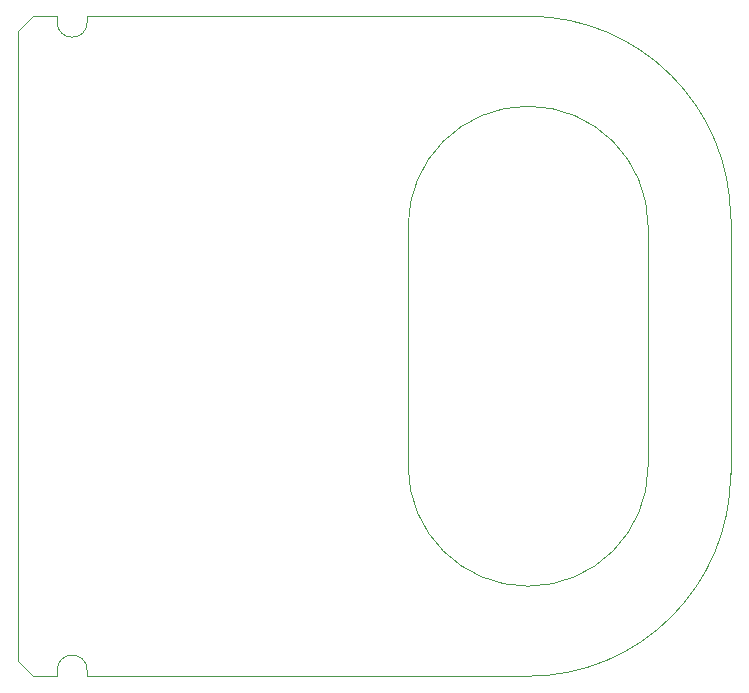
<source format=gbr>
%TF.GenerationSoftware,KiCad,Pcbnew,7.0.11+dfsg-1build4*%
%TF.CreationDate,2024-08-08T20:50:29+02:00*%
%TF.ProjectId,BC01,42433031-2e6b-4696-9361-645f70636258,rev?*%
%TF.SameCoordinates,Original*%
%TF.FileFunction,Profile,NP*%
%FSLAX46Y46*%
G04 Gerber Fmt 4.6, Leading zero omitted, Abs format (unit mm)*
G04 Created by KiCad (PCBNEW 7.0.11+dfsg-1build4) date 2024-08-08 20:50:29*
%MOMM*%
%LPD*%
G01*
G04 APERTURE LIST*
%TA.AperFunction,Profile*%
%ADD10C,0.050000*%
%TD*%
%TA.AperFunction,Profile*%
%ADD11C,0.100000*%
%TD*%
G04 APERTURE END LIST*
D10*
X126492000Y-116840000D02*
X163830000Y-116840000D01*
X121920000Y-116840000D02*
X123952000Y-116840000D01*
X126492000Y-60960000D02*
X163830000Y-60960000D01*
X121920000Y-60960000D02*
X123952000Y-60960000D01*
X123952000Y-116332000D02*
X123952000Y-116840000D01*
X126492000Y-116332000D02*
X126492000Y-116840000D01*
X126492000Y-116332000D02*
G75*
G03*
X123952000Y-116332000I-1270000J0D01*
G01*
X126492000Y-61468000D02*
X126492000Y-60960000D01*
X123952000Y-61468000D02*
X123952000Y-60960000D01*
X123952000Y-61468000D02*
G75*
G03*
X126492000Y-61468000I1270000J0D01*
G01*
X120650000Y-115570000D02*
X121920000Y-116840000D01*
X120650000Y-114935000D02*
X120650000Y-115570000D01*
X120650000Y-62230000D02*
X121920000Y-60960000D01*
X120650000Y-62865000D02*
X120650000Y-62230000D01*
X180975000Y-78105000D02*
X180975000Y-99695000D01*
X163830000Y-116840000D02*
G75*
G03*
X180975000Y-99695000I0J17145000D01*
G01*
X180975000Y-78105000D02*
G75*
G03*
X163830000Y-60960000I-17145000J0D01*
G01*
X120650000Y-114935000D02*
X120650000Y-62865000D01*
D11*
X153670000Y-78740000D02*
X153670000Y-99060000D01*
X173990000Y-78740000D02*
X173990000Y-99060000D01*
X173990000Y-78740000D02*
G75*
G03*
X153670000Y-78740000I-10160000J0D01*
G01*
X153670000Y-99060000D02*
G75*
G03*
X173990000Y-99060000I10160000J0D01*
G01*
M02*

</source>
